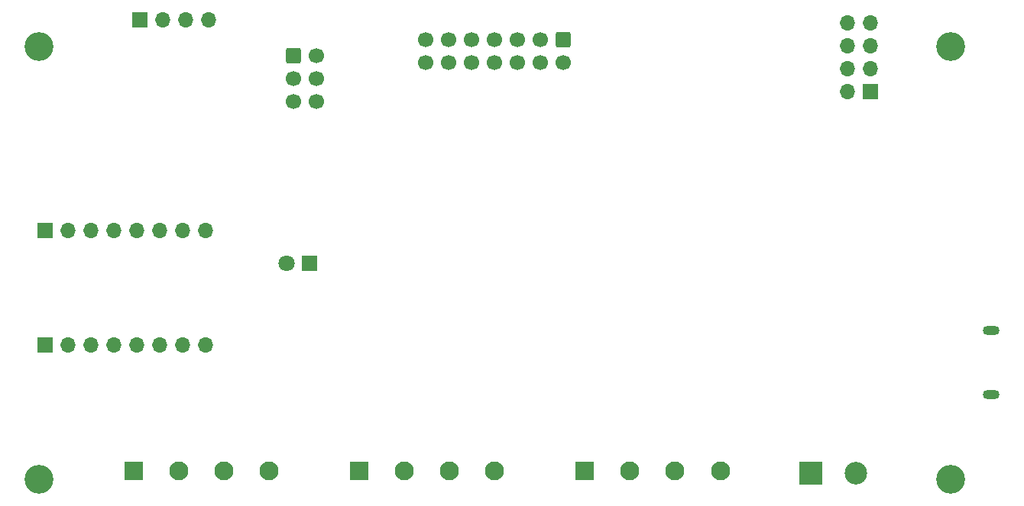
<source format=gbs>
G04 #@! TF.GenerationSoftware,KiCad,Pcbnew,(6.0.0)*
G04 #@! TF.CreationDate,2022-07-19T14:29:55+02:00*
G04 #@! TF.ProjectId,mht-base,6e666c2d-6261-4736-952e-6b696361645f,rev?*
G04 #@! TF.SameCoordinates,Original*
G04 #@! TF.FileFunction,Soldermask,Bot*
G04 #@! TF.FilePolarity,Negative*
%FSLAX46Y46*%
G04 Gerber Fmt 4.6, Leading zero omitted, Abs format (unit mm)*
G04 Created by KiCad (PCBNEW (6.0.0)) date 2022-07-19 14:29:55*
%MOMM*%
%LPD*%
G01*
G04 APERTURE LIST*
G04 Aperture macros list*
%AMRoundRect*
0 Rectangle with rounded corners*
0 $1 Rounding radius*
0 $2 $3 $4 $5 $6 $7 $8 $9 X,Y pos of 4 corners*
0 Add a 4 corners polygon primitive as box body*
4,1,4,$2,$3,$4,$5,$6,$7,$8,$9,$2,$3,0*
0 Add four circle primitives for the rounded corners*
1,1,$1+$1,$2,$3*
1,1,$1+$1,$4,$5*
1,1,$1+$1,$6,$7*
1,1,$1+$1,$8,$9*
0 Add four rect primitives between the rounded corners*
20,1,$1+$1,$2,$3,$4,$5,0*
20,1,$1+$1,$4,$5,$6,$7,0*
20,1,$1+$1,$6,$7,$8,$9,0*
20,1,$1+$1,$8,$9,$2,$3,0*%
G04 Aperture macros list end*
%ADD10R,2.100000X2.100000*%
%ADD11C,2.100000*%
%ADD12R,1.700000X1.700000*%
%ADD13O,1.700000X1.700000*%
%ADD14C,3.200000*%
%ADD15R,2.500000X2.500000*%
%ADD16C,2.500000*%
%ADD17R,1.800000X1.800000*%
%ADD18C,1.800000*%
%ADD19C,1.700000*%
%ADD20RoundRect,0.250000X-0.600000X0.600000X-0.600000X-0.600000X0.600000X-0.600000X0.600000X0.600000X0*%
%ADD21RoundRect,0.250000X-0.600000X-0.600000X0.600000X-0.600000X0.600000X0.600000X-0.600000X0.600000X0*%
%ADD22O,1.850000X1.050000*%
G04 APERTURE END LIST*
D10*
X80500000Y-113000000D03*
D11*
X85500000Y-113000000D03*
X90500000Y-113000000D03*
X95500000Y-113000000D03*
D12*
X45720000Y-99060000D03*
D13*
X48260000Y-99060000D03*
X50800000Y-99060000D03*
X53340000Y-99060000D03*
X55880000Y-99060000D03*
X58420000Y-99060000D03*
X60960000Y-99060000D03*
X63500000Y-99060000D03*
D12*
X45720000Y-86360000D03*
D13*
X48260000Y-86360000D03*
X50800000Y-86360000D03*
X53340000Y-86360000D03*
X55880000Y-86360000D03*
X58420000Y-86360000D03*
X60960000Y-86360000D03*
X63500000Y-86360000D03*
D10*
X55500000Y-113000000D03*
D11*
X60500000Y-113000000D03*
X65500000Y-113000000D03*
X70500000Y-113000000D03*
D14*
X146000000Y-66000000D03*
D15*
X130500000Y-113300000D03*
D16*
X135500000Y-113300000D03*
D14*
X45000000Y-66000000D03*
D17*
X75000000Y-90000000D03*
D18*
X72460000Y-90000000D03*
D14*
X146000000Y-114000000D03*
D19*
X87880000Y-67787500D03*
X87880000Y-65247500D03*
X90420000Y-67787500D03*
X90420000Y-65247500D03*
X92960000Y-67787500D03*
X92960000Y-65247500D03*
X95500000Y-67787500D03*
X95500000Y-65247500D03*
X98040000Y-67787500D03*
X98040000Y-65247500D03*
X100580000Y-67787500D03*
X100580000Y-65247500D03*
X103120000Y-67787500D03*
D20*
X103120000Y-65247500D03*
D12*
X137105000Y-70950000D03*
D13*
X134565000Y-70950000D03*
X137105000Y-68410000D03*
X134565000Y-68410000D03*
X137105000Y-65870000D03*
X134565000Y-65870000D03*
X137105000Y-63330000D03*
X134565000Y-63330000D03*
D10*
X105500000Y-113000000D03*
D11*
X110500000Y-113000000D03*
X115500000Y-113000000D03*
X120500000Y-113000000D03*
D21*
X73247500Y-66955000D03*
D19*
X75787500Y-66955000D03*
X73247500Y-69495000D03*
X75787500Y-69495000D03*
X73247500Y-72035000D03*
X75787500Y-72035000D03*
D14*
X45000000Y-114000000D03*
D22*
X150550000Y-104575000D03*
X150550000Y-97425000D03*
D12*
X56200000Y-63000000D03*
D13*
X58740000Y-63000000D03*
X61280000Y-63000000D03*
X63820000Y-63000000D03*
M02*

</source>
